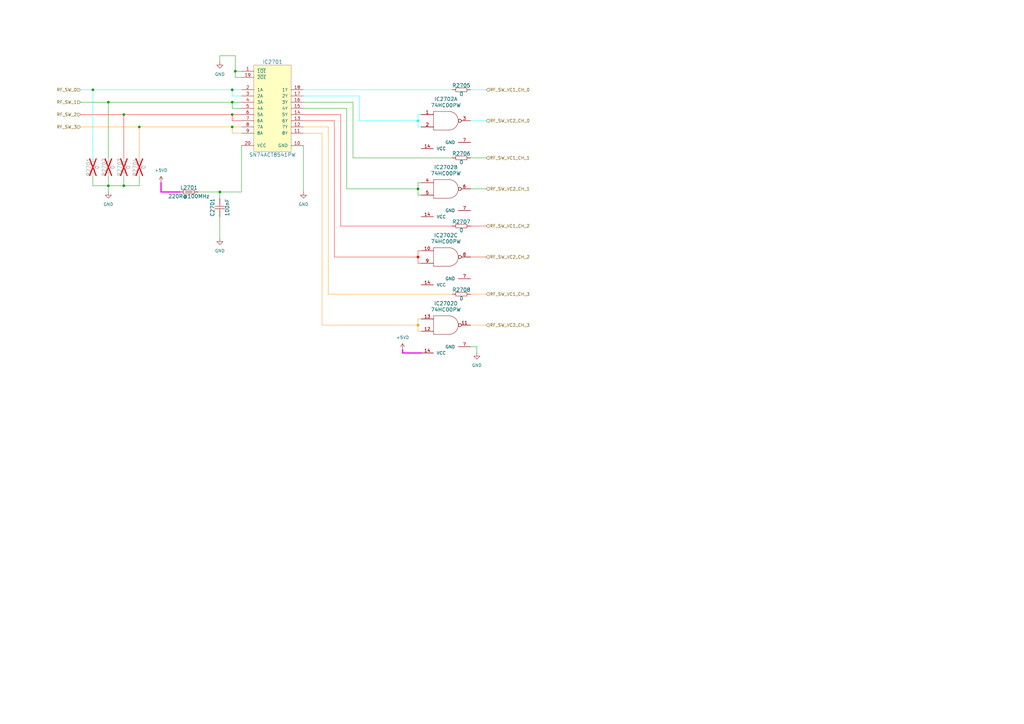
<source format=kicad_sch>
(kicad_sch (version 20250114) (generator "eeschema") (generator_version "9.0")
  (paper "A3")
  (lib_symbols
    (symbol "CERN:Capacitors SMD/CC0402_100NF_25V_10%_X7R_YUDEN_TMK105B7104KVHF" (pin_numbers (hide yes)) (pin_names (offset 1.27) (hide yes))
      (property "Reference" "C" (at 3.81 3.048 0))
      (property "Value" "100nF" (at 3.81 -3.048 0))
      (symbol "Capacitors SMD/CC0402_100NF_25V_10%_X7R_YUDEN_TMK105B7104KVHF_1_0"
        (pin passive line (at 0 0 0) (length 2.54) (name "1") (number "1"))
        (pin passive line (at 7.62 0 180) (length 2.54) (name "2") (number "2"))
      )
    )
    (symbol "CERN:Inductors SMD/IND0603_MURATA_BLM18SG221TN1 [alt]" (pin_numbers (hide yes)) (pin_names (offset 1.27) (hide yes))
      (property "Reference" "L" (at 3.81 1.778 0))
      (property "Value" "220R@100MHz" (at 3.81 -1.778 0))
      (symbol "Inductors SMD/IND0603_MURATA_BLM18SG221TN1 [alt]_1_0"
        (pin passive line (at 0 0 0) (length 1.524) (name "1") (number "1"))
        (pin passive line (at 7.62 0 180) (length 1.524) (name "2") (number "2"))
      )
    )
    (symbol "CERN:Resistors SMD/R0402_0R_JUMPER" (pin_numbers (hide yes)) (pin_names (offset 1.27) (hide yes))
      (property "Reference" "R" (at 3.81 1.778 0))
      (property "Value" "0" (at 3.81 -1.778 0))
      (symbol "Resistors SMD/R0402_0R_JUMPER_1_0"
        (pin passive line (at 0 0 0) (length 1.524) (name "1") (number "1"))
        (pin passive line (at 7.62 0 180) (length 1.524) (name "2") (number "2"))
      )
    )
    (symbol "CERN:Standard Logic/74HC00PW" (pin_names (offset 1.27))
      (property "Reference" "IC2" (at 5.08 5.08 0))
      (property "Value" "${DEVICE}" (at 5.08 2.54 0))
      (symbol "Standard Logic/74HC00PW_0_0"
        (pin power_in line (at -5.08 -15.24 0) (length 5.08) (name "VCC") (number "14"))
        (pin power_in line (at 15.24 -12.7 180) (length 5.08) (name "GND") (number "7"))
      )
      (symbol "Standard Logic/74HC00PW_1_0"
        (pin input line (at -5.08 -1.27 0) (length 5.08) (name "A") (number "1"))
        (pin input line (at -5.08 -6.35 0) (length 5.08) (name "B") (number "2"))
        (pin output inverted (at 15.24 -3.81 180) (length 5.08) (name "~{O}") (number "3"))
      )
      (symbol "Standard Logic/74HC00PW_2_0"
        (pin input line (at -5.08 -1.27 0) (length 5.08) (name "A") (number "4"))
        (pin input line (at -5.08 -6.35 0) (length 5.08) (name "B") (number "5"))
        (pin output inverted (at 15.24 -3.81 180) (length 5.08) (name "~{O}") (number "6"))
      )
      (symbol "Standard Logic/74HC00PW_3_0"
        (pin input line (at -5.08 -1.27 0) (length 5.08) (name "A") (number "10"))
        (pin input line (at -5.08 -6.35 0) (length 5.08) (name "B") (number "9"))
        (pin output inverted (at 15.24 -3.81 180) (length 5.08) (name "~{O}") (number "8"))
      )
      (symbol "Standard Logic/74HC00PW_4_0"
        (pin input line (at -5.08 -1.27 0) (length 5.08) (name "A") (number "13"))
        (pin input line (at -5.08 -6.35 0) (length 5.08) (name "B") (number "12"))
        (pin output inverted (at 15.24 -3.81 180) (length 5.08) (name "~{O}") (number "11"))
      )
    )
    (symbol "CERN:Standard Logic/SN74ACT8541PW" (pin_names (offset 1.27))
      (property "Reference" "IC" (at 7.62 1.27 0))
      (property "Value" "${DEVICE}" (at 7.62 -36.83 0))
      (symbol "Standard Logic/SN74ACT8541PW_1_0"
        (pin input line (at -5.08 -2.54 0) (length 5.08) (name "~{1OE}") (number "1"))
        (pin input line (at -5.08 -5.08 0) (length 5.08) (name "~{2OE}") (number "19"))
        (pin input line (at -5.08 -10.16 0) (length 5.08) (name "1A") (number "2"))
        (pin input line (at -5.08 -12.7 0) (length 5.08) (name "2A") (number "3"))
        (pin input line (at -5.08 -15.24 0) (length 5.08) (name "3A") (number "4"))
        (pin input line (at -5.08 -17.78 0) (length 5.08) (name "4A") (number "5"))
        (pin input line (at -5.08 -20.32 0) (length 5.08) (name "5A") (number "6"))
        (pin input line (at -5.08 -22.86 0) (length 5.08) (name "6A") (number "7"))
        (pin input line (at -5.08 -25.4 0) (length 5.08) (name "7A") (number "8"))
        (pin input line (at -5.08 -27.94 0) (length 5.08) (name "8A") (number "9"))
        (pin power_in line (at -5.08 -33.02 0) (length 5.08) (name "VCC") (number "20"))
        (pin output line (at 20.32 -10.16 180) (length 5.08) (name "1Y") (number "18"))
        (pin output line (at 20.32 -12.7 180) (length 5.08) (name "2Y") (number "17"))
        (pin output line (at 20.32 -15.24 180) (length 5.08) (name "3Y") (number "16"))
        (pin output line (at 20.32 -17.78 180) (length 5.08) (name "4Y") (number "15"))
        (pin output line (at 20.32 -20.32 180) (length 5.08) (name "5Y") (number "14"))
        (pin output line (at 20.32 -22.86 180) (length 5.08) (name "6Y") (number "13"))
        (pin output line (at 20.32 -25.4 180) (length 5.08) (name "7Y") (number "12"))
        (pin output line (at 20.32 -27.94 180) (length 5.08) (name "8Y") (number "11"))
        (pin power_in line (at 20.32 -33.02 180) (length 5.08) (name "GND") (number "10"))
      )
    )
    (symbol "Standard Logic/74HC00PW_1" (pin_names (offset 1.27))
      (property "Reference" "IC2" (at 5.08 5.08 0))
      (property "Value" "${DEVICE}" (at 5.08 2.54 0))
      (symbol "Standard Logic/74HC00PW_1_0_0"
        (pin power_in line (at -5.08 -15.24 0) (length 5.08) (name "VCC") (number "14"))
        (pin power_in line (at 15.24 -12.7 180) (length 5.08) (name "GND") (number "7"))
      )
      (symbol "Standard Logic/74HC00PW_1_1_0"
        (pin input line (at -5.08 -1.27 0) (length 5.08) (name "A") (number "1"))
        (pin input line (at -5.08 -6.35 0) (length 5.08) (name "B") (number "2"))
        (pin output inverted (at 15.24 -3.81 180) (length 5.08) (name "~{O}") (number "3"))
      )
      (symbol "Standard Logic/74HC00PW_1_2_0"
        (pin input line (at -5.08 -1.27 0) (length 5.08) (name "A") (number "4"))
        (pin input line (at -5.08 -6.35 0) (length 5.08) (name "B") (number "5"))
        (pin output inverted (at 15.24 -3.81 180) (length 5.08) (name "~{O}") (number "6"))
      )
      (symbol "Standard Logic/74HC00PW_1_3_0"
        (pin input line (at -5.08 -1.27 0) (length 5.08) (name "A") (number "10"))
        (pin input line (at -5.08 -6.35 0) (length 5.08) (name "B") (number "9"))
        (pin output inverted (at 15.24 -3.81 180) (length 5.08) (name "~{O}") (number "8"))
      )
      (symbol "Standard Logic/74HC00PW_1_4_0"
        (pin input line (at -5.08 -1.27 0) (length 5.08) (name "A") (number "13"))
        (pin input line (at -5.08 -6.35 0) (length 5.08) (name "B") (number "12"))
        (pin output inverted (at 15.24 -3.81 180) (length 5.08) (name "~{O}") (number "11"))
      )
    )
    (symbol "Standard Logic/74HC00PW_2" (pin_names (offset 1.27))
      (property "Reference" "IC2" (at 5.08 5.08 0))
      (property "Value" "${DEVICE}" (at 5.08 2.54 0))
      (symbol "Standard Logic/74HC00PW_2_0_0"
        (pin power_in line (at -5.08 -15.24 0) (length 5.08) (name "VCC") (number "14"))
        (pin power_in line (at 15.24 -12.7 180) (length 5.08) (name "GND") (number "7"))
      )
      (symbol "Standard Logic/74HC00PW_2_1_0"
        (pin input line (at -5.08 -1.27 0) (length 5.08) (name "A") (number "1"))
        (pin input line (at -5.08 -6.35 0) (length 5.08) (name "B") (number "2"))
        (pin output inverted (at 15.24 -3.81 180) (length 5.08) (name "~{O}") (number "3"))
      )
      (symbol "Standard Logic/74HC00PW_2_2_0"
        (pin input line (at -5.08 -1.27 0) (length 5.08) (name "A") (number "4"))
        (pin input line (at -5.08 -6.35 0) (length 5.08) (name "B") (number "5"))
        (pin output inverted (at 15.24 -3.81 180) (length 5.08) (name "~{O}") (number "6"))
      )
      (symbol "Standard Logic/74HC00PW_2_3_0"
        (pin input line (at -5.08 -1.27 0) (length 5.08) (name "A") (number "10"))
        (pin input line (at -5.08 -6.35 0) (length 5.08) (name "B") (number "9"))
        (pin output inverted (at 15.24 -3.81 180) (length 5.08) (name "~{O}") (number "8"))
      )
      (symbol "Standard Logic/74HC00PW_2_4_0"
        (pin input line (at -5.08 -1.27 0) (length 5.08) (name "A") (number "13"))
        (pin input line (at -5.08 -6.35 0) (length 5.08) (name "B") (number "12"))
        (pin output inverted (at 15.24 -3.81 180) (length 5.08) (name "~{O}") (number "11"))
      )
    )
    (symbol "Standard Logic/74HC00PW_3" (pin_names (offset 1.27))
      (property "Reference" "IC2" (at 5.08 5.08 0))
      (property "Value" "${DEVICE}" (at 5.08 2.54 0))
      (symbol "Standard Logic/74HC00PW_3_0_0"
        (pin power_in line (at -5.08 -15.24 0) (length 5.08) (name "VCC") (number "14"))
        (pin power_in line (at 15.24 -12.7 180) (length 5.08) (name "GND") (number "7"))
      )
      (symbol "Standard Logic/74HC00PW_3_1_0"
        (pin input line (at -5.08 -1.27 0) (length 5.08) (name "A") (number "1"))
        (pin input line (at -5.08 -6.35 0) (length 5.08) (name "B") (number "2"))
        (pin output inverted (at 15.24 -3.81 180) (length 5.08) (name "~{O}") (number "3"))
      )
      (symbol "Standard Logic/74HC00PW_3_2_0"
        (pin input line (at -5.08 -1.27 0) (length 5.08) (name "A") (number "4"))
        (pin input line (at -5.08 -6.35 0) (length 5.08) (name "B") (number "5"))
        (pin output inverted (at 15.24 -3.81 180) (length 5.08) (name "~{O}") (number "6"))
      )
      (symbol "Standard Logic/74HC00PW_3_3_0"
        (pin input line (at -5.08 -1.27 0) (length 5.08) (name "A") (number "10"))
        (pin input line (at -5.08 -6.35 0) (length 5.08) (name "B") (number "9"))
        (pin output inverted (at 15.24 -3.81 180) (length 5.08) (name "~{O}") (number "8"))
      )
      (symbol "Standard Logic/74HC00PW_3_4_0"
        (pin input line (at -5.08 -1.27 0) (length 5.08) (name "A") (number "13"))
        (pin input line (at -5.08 -6.35 0) (length 5.08) (name "B") (number "12"))
        (pin output inverted (at 15.24 -3.81 180) (length 5.08) (name "~{O}") (number "11"))
      )
    )
    (symbol "power:+5VA" (power) (pin_numbers (hide yes)) (pin_names (offset 0) (hide yes))
      (property "Value" "+5VA" (at 0 3.556 0))
      (symbol "+5VA_1_1"
        (pin power_in line (at 0 0 90) (length 0) (name "~") (number "1"))
      )
    )
    (symbol "power:GND" (power) (pin_numbers (hide yes)) (pin_names (offset 0) (hide yes))
      (property "Value" "GND" (at 0 -3.81 0))
      (symbol "GND_1_1"
        (pin power_in line (at 0 0 270) (length 0) (name "~") (number "1"))
      )
    )
  )
  (junction (at 171.45 77.47))
  (junction (at 50.8 76.2))
  (junction (at 171.45 133.35) (color 255 153 0 1))
  (junction (at 57.15 52.07))
  (junction (at 44.45 41.91))
  (junction (at 38.1 36.83))
  (junction (at 171.45 105.41) (color 255 0 0 1))
  (junction (at 96.52 29.21))
  (junction (at 95.25 41.91))
  (junction (at 50.8 46.99))
  (junction (at 44.45 76.2))
  (junction (at 95.25 52.07))
  (junction (at 171.45 49.53) (color 0 255 255 1))
  (junction (at 95.25 36.83))
  (junction (at 90.17 78.74))
  (junction (at 95.25 46.99))
  (wire (pts (xy 95.25 54.61) (xy 99.06 54.61)) (stroke (width 0) (color 255 153 0 1)))
  (wire (pts (xy 50.8 76.2) (xy 50.8 72.39)))
  (wire (pts (xy 171.45 135.89) (xy 171.45 133.35)) (stroke (width 0) (color 255 153 0 1)))
  (wire (pts (xy 33.02 52.07) (xy 57.15 52.07)) (stroke (width 0) (color 255 153 0 1)))
  (wire (pts (xy 95.25 46.99) (xy 95.25 49.53)) (stroke (width 0) (color 255 0 0 1)))
  (wire (pts (xy 124.46 52.07) (xy 134.62 52.07)) (stroke (width 0) (color 255 153 0 1)))
  (wire (pts (xy 57.15 52.07) (xy 57.15 64.77)) (stroke (width 0) (color 255 153 0 1)))
  (wire (pts (xy 142.24 44.45) (xy 142.24 77.47)))
  (wire (pts (xy 124.46 46.99) (xy 139.7 46.99)) (stroke (width 0) (color 255 0 0 1)))
  (wire (pts (xy 134.62 120.65) (xy 185.42 120.65)) (stroke (width 0) (color 255 153 0 1)))
  (wire (pts (xy 139.7 46.99) (xy 139.7 92.71)) (stroke (width 0) (color 255 0 0 1)))
  (wire (pts (xy 44.45 41.91) (xy 44.45 64.77)))
  (wire (pts (xy 57.15 52.07) (xy 95.25 52.07)) (stroke (width 0) (color 255 153 0 1)))
  (wire (pts (xy 44.45 72.39) (xy 44.45 76.2)))
  (wire (pts (xy 132.08 133.35) (xy 171.45 133.35)) (stroke (width 0) (color 255 153 0 1)))
  (wire (pts (xy 193.04 120.65) (xy 199.39 120.65)) (stroke (width 0) (color 255 153 0 1)))
  (wire (pts (xy 95.25 39.37) (xy 99.06 39.37)) (stroke (width 0) (color 0 255 255 1)))
  (wire (pts (xy 33.02 46.99) (xy 50.8 46.99)) (stroke (width 0) (color 255 0 0 1)))
  (wire (pts (xy 33.02 41.91) (xy 44.45 41.91)))
  (wire (pts (xy 95.25 49.53) (xy 99.06 49.53)) (stroke (width 0) (color 255 0 0 1)))
  (wire (pts (xy 171.45 52.07) (xy 172.72 52.07)) (stroke (width 0) (color 0 255 255 1)))
  (wire (pts (xy 50.8 46.99) (xy 95.25 46.99)) (stroke (width 0) (color 255 0 0 1)))
  (wire (pts (xy 147.32 49.53) (xy 171.45 49.53)) (stroke (width 0) (color 0 255 255 1)))
  (wire (pts (xy 57.15 76.2) (xy 57.15 72.39)))
  (wire (pts (xy 81.28 78.74) (xy 90.17 78.74)))
  (wire (pts (xy 193.04 77.47) (xy 199.39 77.47)))
  (wire (pts (xy 137.16 49.53) (xy 137.16 105.41)) (stroke (width 0) (color 255 0 0 1)))
  (wire (pts (xy 66.04 74.93) (xy 66.04 78.74)) (stroke (width 0.508) (color 255 0 255 1)))
  (wire (pts (xy 44.45 41.91) (xy 95.25 41.91)))
  (wire (pts (xy 171.45 105.41) (xy 171.45 102.87)) (stroke (width 0) (color 255 0 0 1)))
  (wire (pts (xy 193.04 92.71) (xy 199.39 92.71)) (stroke (width 0) (color 255 0 0 1)))
  (wire (pts (xy 165.1 144.78) (xy 172.72 144.78)) (stroke (width 0.508) (color 255 0 255 1)))
  (wire (pts (xy 171.45 46.99) (xy 171.45 49.53)) (stroke (width 0) (color 0 255 255 1)))
  (wire (pts (xy 50.8 76.2) (xy 57.15 76.2)))
  (wire (pts (xy 172.72 135.89) (xy 171.45 135.89)) (stroke (width 0) (color 255 153 0 1)))
  (wire (pts (xy 96.52 29.21) (xy 96.52 22.86)))
  (wire (pts (xy 172.72 80.01) (xy 171.45 80.01)))
  (wire (pts (xy 193.04 105.41) (xy 199.39 105.41)) (stroke (width 0) (color 255 0 0 1)))
  (wire (pts (xy 124.46 41.91) (xy 144.78 41.91)))
  (wire (pts (xy 95.25 44.45) (xy 99.06 44.45)))
  (wire (pts (xy 99.06 78.74) (xy 99.06 59.69)))
  (wire (pts (xy 171.45 80.01) (xy 171.45 77.47)))
  (wire (pts (xy 95.25 46.99) (xy 99.06 46.99)) (stroke (width 0) (color 255 0 0 1)))
  (wire (pts (xy 172.72 46.99) (xy 171.45 46.99)) (stroke (width 0) (color 0 255 255 1)))
  (wire (pts (xy 90.17 78.74) (xy 90.17 81.28)))
  (wire (pts (xy 95.25 52.07) (xy 95.25 54.61)) (stroke (width 0) (color 255 153 0 1)))
  (wire (pts (xy 96.52 31.75) (xy 99.06 31.75)))
  (wire (pts (xy 90.17 88.9) (xy 90.17 97.79)))
  (wire (pts (xy 38.1 76.2) (xy 44.45 76.2)))
  (wire (pts (xy 124.46 49.53) (xy 137.16 49.53)) (stroke (width 0) (color 255 0 0 1)))
  (wire (pts (xy 38.1 36.83) (xy 38.1 64.77)) (stroke (width 0) (color 0 255 255 1)))
  (wire (pts (xy 38.1 72.39) (xy 38.1 76.2)))
  (wire (pts (xy 171.45 133.35) (xy 171.45 130.81)) (stroke (width 0) (color 255 153 0 1)))
  (wire (pts (xy 147.32 39.37) (xy 147.32 49.53)) (stroke (width 0) (color 0 255 255 1)))
  (wire (pts (xy 195.58 142.24) (xy 195.58 144.78)))
  (wire (pts (xy 44.45 78.74) (xy 44.45 76.2)))
  (wire (pts (xy 95.25 36.83) (xy 95.25 39.37)) (stroke (width 0) (color 0 255 255 1)))
  (wire (pts (xy 95.25 36.83) (xy 99.06 36.83)) (stroke (width 0) (color 0 255 255 1)))
  (wire (pts (xy 171.45 130.81) (xy 172.72 130.81)) (stroke (width 0) (color 255 153 0 1)))
  (wire (pts (xy 50.8 46.99) (xy 50.8 64.77)) (stroke (width 0) (color 255 0 0 1)))
  (wire (pts (xy 96.52 29.21) (xy 96.52 31.75)))
  (wire (pts (xy 124.46 54.61) (xy 132.08 54.61)) (stroke (width 0) (color 255 153 0 1)))
  (wire (pts (xy 90.17 78.74) (xy 99.06 78.74)))
  (wire (pts (xy 96.52 22.86) (xy 90.17 22.86)))
  (wire (pts (xy 38.1 36.83) (xy 95.25 36.83)) (stroke (width 0) (color 0 255 255 1)))
  (wire (pts (xy 171.45 102.87) (xy 172.72 102.87)) (stroke (width 0) (color 255 0 0 1)))
  (wire (pts (xy 139.7 92.71) (xy 185.42 92.71)) (stroke (width 0) (color 255 0 0 1)))
  (wire (pts (xy 44.45 76.2) (xy 50.8 76.2)))
  (wire (pts (xy 95.25 41.91) (xy 99.06 41.91)))
  (wire (pts (xy 165.1 143.51) (xy 165.1 144.78)) (stroke (width 0.508) (color 255 0 255 1)))
  (wire (pts (xy 124.46 36.83) (xy 185.42 36.83)) (stroke (width 0) (color 0 255 255 1)))
  (wire (pts (xy 124.46 39.37) (xy 147.32 39.37)) (stroke (width 0) (color 0 255 255 1)))
  (wire (pts (xy 137.16 105.41) (xy 171.45 105.41)) (stroke (width 0) (color 255 0 0 1)))
  (wire (pts (xy 134.62 52.07) (xy 134.62 120.65)) (stroke (width 0) (color 255 153 0 1)))
  (wire (pts (xy 99.06 29.21) (xy 96.52 29.21)))
  (wire (pts (xy 95.25 41.91) (xy 95.25 44.45)))
  (wire (pts (xy 144.78 41.91) (xy 144.78 64.77)))
  (wire (pts (xy 144.78 64.77) (xy 185.42 64.77)))
  (wire (pts (xy 132.08 54.61) (xy 132.08 133.35)) (stroke (width 0) (color 255 153 0 1)))
  (wire (pts (xy 171.45 49.53) (xy 171.45 52.07)) (stroke (width 0) (color 0 255 255 1)))
  (wire (pts (xy 124.46 44.45) (xy 142.24 44.45)))
  (wire (pts (xy 171.45 74.93) (xy 172.72 74.93)))
  (wire (pts (xy 193.04 64.77) (xy 199.39 64.77)))
  (wire (pts (xy 142.24 77.47) (xy 171.45 77.47)))
  (wire (pts (xy 193.04 49.53) (xy 199.39 49.53)) (stroke (width 0) (color 0 255 255 1)))
  (wire (pts (xy 193.04 133.35) (xy 199.39 133.35)) (stroke (width 0) (color 255 153 0 1)))
  (wire (pts (xy 171.45 77.47) (xy 171.45 74.93)))
  (wire (pts (xy 193.04 36.83) (xy 199.39 36.83)) (stroke (width 0) (color 0 255 255 1)))
  (wire (pts (xy 33.02 36.83) (xy 38.1 36.83)) (stroke (width 0) (color 0 255 255 1)))
  (wire (pts (xy 124.46 59.69) (xy 124.46 78.74)))
  (wire (pts (xy 193.04 142.24) (xy 195.58 142.24)))
  (wire (pts (xy 172.72 107.95) (xy 171.45 107.95)) (stroke (width 0) (color 255 0 0 1)))
  (wire (pts (xy 95.25 52.07) (xy 99.06 52.07)) (stroke (width 0) (color 255 153 0 1)))
  (wire (pts (xy 90.17 22.86) (xy 90.17 25.4)))
  (wire (pts (xy 66.04 78.74) (xy 73.66 78.74)) (stroke (width 0.508) (color 255 0 255 1)))
  (wire (pts (xy 171.45 107.95) (xy 171.45 105.41)) (stroke (width 0) (color 255 0 0 1)))
  (hierarchical_label "RF_SW_VC1_CH_2" (shape input) (at 199.39 92.71 0))
  (hierarchical_label "RF_SW_VC2_CH_0" (shape input) (at 199.39 49.53 0))
  (hierarchical_label "RF_SW_VC2_CH_2" (shape input) (at 199.39 105.41 0))
  (hierarchical_label "RF_SW_VC1_CH_1" (shape input) (at 199.39 64.77 0))
  (hierarchical_label "RF_SW_3" (shape input) (at 33.02 52.07 180))
  (hierarchical_label "RF_SW_0" (shape input) (at 33.02 36.83 180))
  (hierarchical_label "RF_SW_VC2_CH_1" (shape input) (at 199.39 77.47 0))
  (hierarchical_label "RF_SW_VC1_CH_3" (shape input) (at 199.39 120.65 0))
  (hierarchical_label "RF_SW_1" (shape input) (at 33.02 41.91 180))
  (hierarchical_label "RF_SW_VC1_CH_0" (shape input) (at 199.39 36.83 0))
  (hierarchical_label "RF_SW_VC2_CH_3" (shape input) (at 199.39 133.35 0))
  (hierarchical_label "RF_SW_2" (shape input) (at 33.02 46.99 180))
  (symbol (lib_name "Standard Logic/74HC00PW_2") (lib_id "CERN:Standard Logic/74HC00PW") (at 177.8 73.66 0) (unit 2)
    (property "Reference" "IC2702" (at 182.88 68.58 0) (effects (font (size 1.524 1.524))))
    (property "Value" "${DEVICE}" (at 182.88 71.12 0) (effects (font (size 1.524 1.524))))
    (property "Footprint" "ICs And Semiconductors SMD:SOP65P640X110-14N" (effects (hide yes)))
    (property "Datasheet" "${CERN_DATASHEET_DIR}\\74HC00PW.pdf" (effects (hide yes)))
    (property "Description" "Quad 2-Input NAND Gate" (effects (hide yes)))
    (property "Manufacturer" "NXP SEMICONDUCTORS" (effects (hide yes)))
    (property "Part Number" "74HC00PW" (effects (hide yes)))
    (property "Comment" "74HC00PW" (effects (hide yes)))
    (property "Component Kind" "Standard" (effects (hide yes)))
    (property "Component Type" "Standard" (effects (hide yes)))
    (property "Device" "74HC00PW" (effects (hide yes)))
    (property "PackageDescription" "SOP, 0.65mm Pitch; 14 Pin, 4.40mm W X 5.00mm L X 1.20mm H body, IPC Medium Density" (effects (hide yes)))
    (property "Part Description" "Quad 2-Input NAND Gate" (effects (hide yes)))
    (property "Manufacturer Part Number" "74HC00PW" (effects (hide yes)))
    (property "Pin Count" "14" (effects (hide yes)))
    (property "Case" "TSSOP14" (effects (hide yes)))
    (property "Mounted" "Yes" (effects (hide yes)))
    (property "Socket" "No" (effects (hide yes)))
    (property "SMD" "Yes" (effects (hide yes)))
    (property "PressFit" "No" (effects (hide yes)))
    (property "Sense" "No" (effects (hide yes)))
    (property "Bonding" "No" (effects (hide yes)))
    (property "ComponentHeight" "1.1mm" (effects (hide yes)))
    (property "Author" "CERN DEM MR" (effects (hide yes)))
    (property "HelpURL" "\\\\cern.ch\\dfs\\Applications\\Altium\\Datasheets\\74HC00PW.pdf" (effects (hide yes)))
    (property "CreateDate" "2016-02-04 00:00:00 +0000" (effects (hide yes)))
    (property "LatestRevisionDate" "2016-02-04 00:00:00 +0000" (effects (hide yes)))
    (property "LibSymbol" "Standard Logic:7400" (effects (hide yes)))
    (property "LibFootprint" "ICs And Semiconductors SMD:SOP65P640X110-14N" (effects (hide yes)))
    (property "Database Name" "ICs And Semiconductors" (effects (hide yes)))
    (property "Database Table Name" "Standard Logic" (effects (hide yes)))
    (property "Part Number Nocolon" "74HC00PW" (effects (hide yes)))
  )
  (symbol (lib_id "CERN:Resistors SMD/R0402_0R_JUMPER") (at 185.42 36.83 0) (unit 1)
    (property "Reference" "R2705" (at 189.23 35.052 0) (effects (font (size 1.524 1.524))))
    (property "Value" "0" (at 189.23 38.608 0) (effects (font (size 1.524 1.524))))
    (property "Footprint" "Resistors SMD:RESC1005X40N" (effects (hide yes)))
    (property "Datasheet" "${CERN_DATASHEET_DIR}\\R0402_Phycomp_RC0402.pdf" (effects (hide yes)))
    (property "Description" "1A (0.05R Max DC Resistance) Zero Ohm Jumper" (effects (hide yes)))
    (property "Manufacturer" "GENERIC" (effects (hide yes)))
    (property "Comment" "0" (effects (hide yes)))
    (property "Component Kind" "Standard" (effects (hide yes)))
    (property "Component Type" "Standard" (effects (hide yes)))
    (property "Pin Count" "2" (effects (hide yes)))
    (property "Status" "Not Recommended" (effects (hide yes)))
    (property "Part Description" "1A (0.05R Max DC Resistance) Zero Ohm Jumper" (effects (hide yes)))
    (property "Manufacturer Part Number" "R0402_0R_JUMPER" (effects (hide yes)))
    (property "Case" "0402" (effects (hide yes)))
    (property "PressFit" "No" (effects (hide yes)))
    (property "Mounted" "Yes" (effects (hide yes)))
    (property "Sense" "No" (effects (hide yes)))
    (property "Socket" "No" (effects (hide yes)))
    (property "SMD" "Yes" (effects (hide yes)))
    (property "Manufacturer1 Example" "YAGEO PHYCOMP" (effects (hide yes)))
    (property "Manufacturer1 Part Number" "232270591001L" (effects (hide yes)))
    (property "Manufacturer1 ComponentHeight" "0.4mm" (effects (hide yes)))
    (property "HelpURL" "\\\\cern.ch\\dfs\\Applications\\Altium\\Datasheets\\R0402_Phycomp_RC0402.pdf" (effects (hide yes)))
    (property "Author" "CERN DEM JLC" (effects (hide yes)))
    (property "CreateDate" "2007-12-03 00:00:00 +0000" (effects (hide yes)))
    (property "LatestRevisionDate" "2012-10-17 00:00:00 +0000" (effects (hide yes)))
    (property "LibSymbol" "Resistors:Resistor" (effects (hide yes)))
    (property "LibFootprint" "Resistors SMD:RESC1005X40N" (effects (hide yes)))
    (property "Part Number" "R0402_0R_JUMPER" (effects (hide yes)))
    (property "Database Name" "Resistors" (effects (hide yes)))
    (property "Database Table Name" "Resistors SMD" (effects (hide yes)))
    (property "Part Number Nocolon" "R0402_0R_JUMPER" (effects (hide yes)))
  )
  (symbol (lib_id "power:GND") (at 195.58 144.78 0) (mirror y) (unit 1)
    (property "Reference" "#PWR02707" (effects (hide yes)))
    (property "Value" "GND" (at 195.58 149.86 0))
    (property "Description" "Power symbol creates a global label with name \"GND\" , ground" (effects (hide yes)))
  )
  (symbol (lib_id "CERN:Resistors SMD/R0402_0R_JUMPER") (at 185.42 64.77 0) (unit 1)
    (property "Reference" "R2706" (at 189.23 62.992 0) (effects (font (size 1.524 1.524))))
    (property "Value" "0" (at 189.23 66.548 0) (effects (font (size 1.524 1.524))))
    (property "Footprint" "Resistors SMD:RESC1005X40N" (effects (hide yes)))
    (property "Datasheet" "${CERN_DATASHEET_DIR}\\R0402_Phycomp_RC0402.pdf" (effects (hide yes)))
    (property "Description" "1A (0.05R Max DC Resistance) Zero Ohm Jumper" (effects (hide yes)))
    (property "Manufacturer" "GENERIC" (effects (hide yes)))
    (property "Comment" "0" (effects (hide yes)))
    (property "Component Kind" "Standard" (effects (hide yes)))
    (property "Component Type" "Standard" (effects (hide yes)))
    (property "Pin Count" "2" (effects (hide yes)))
    (property "Status" "Not Recommended" (effects (hide yes)))
    (property "Part Description" "1A (0.05R Max DC Resistance) Zero Ohm Jumper" (effects (hide yes)))
    (property "Manufacturer Part Number" "R0402_0R_JUMPER" (effects (hide yes)))
    (property "Case" "0402" (effects (hide yes)))
    (property "PressFit" "No" (effects (hide yes)))
    (property "Mounted" "Yes" (effects (hide yes)))
    (property "Sense" "No" (effects (hide yes)))
    (property "Socket" "No" (effects (hide yes)))
    (property "SMD" "Yes" (effects (hide yes)))
    (property "Manufacturer1 Example" "YAGEO PHYCOMP" (effects (hide yes)))
    (property "Manufacturer1 Part Number" "232270591001L" (effects (hide yes)))
    (property "Manufacturer1 ComponentHeight" "0.4mm" (effects (hide yes)))
    (property "HelpURL" "\\\\cern.ch\\dfs\\Applications\\Altium\\Datasheets\\R0402_Phycomp_RC0402.pdf" (effects (hide yes)))
    (property "Author" "CERN DEM JLC" (effects (hide yes)))
    (property "CreateDate" "2007-12-03 00:00:00 +0000" (effects (hide yes)))
    (property "LatestRevisionDate" "2012-10-17 00:00:00 +0000" (effects (hide yes)))
    (property "LibSymbol" "Resistors:Resistor" (effects (hide yes)))
    (property "LibFootprint" "Resistors SMD:RESC1005X40N" (effects (hide yes)))
    (property "Part Number" "R0402_0R_JUMPER" (effects (hide yes)))
    (property "Database Name" "Resistors" (effects (hide yes)))
    (property "Database Table Name" "Resistors SMD" (effects (hide yes)))
    (property "Part Number Nocolon" "R0402_0R_JUMPER" (effects (hide yes)))
  )
  (symbol (lib_id "power:GND") (at 90.17 25.4 0) (unit 1)
    (property "Reference" "#PWR02703" (effects (hide yes)))
    (property "Value" "GND" (at 90.17 30.48 0))
    (property "Description" "Power symbol creates a global label with name \"GND\" , ground" (effects (hide yes)))
  )
  (symbol (lib_id "power:GND") (at 124.46 78.74 0) (mirror y) (unit 1)
    (property "Reference" "#PWR02705" (effects (hide yes)))
    (property "Value" "GND" (at 124.46 83.82 0))
    (property "Description" "Power symbol creates a global label with name \"GND\" , ground" (effects (hide yes)))
  )
  (symbol (lib_name "Standard Logic/74HC00PW_1") (lib_id "CERN:Standard Logic/74HC00PW") (at 177.8 129.54 0) (unit 4)
    (property "Reference" "IC2702" (at 182.88 124.46 0) (effects (font (size 1.524 1.524))))
    (property "Value" "${DEVICE}" (at 182.88 127 0) (effects (font (size 1.524 1.524))))
    (property "Footprint" "ICs And Semiconductors SMD:SOP65P640X110-14N" (effects (hide yes)))
    (property "Datasheet" "${CERN_DATASHEET_DIR}\\74HC00PW.pdf" (effects (hide yes)))
    (property "Description" "Quad 2-Input NAND Gate" (effects (hide yes)))
    (property "Manufacturer" "NXP SEMICONDUCTORS" (effects (hide yes)))
    (property "Part Number" "74HC00PW" (effects (hide yes)))
    (property "Comment" "74HC00PW" (effects (hide yes)))
    (property "Component Kind" "Standard" (effects (hide yes)))
    (property "Component Type" "Standard" (effects (hide yes)))
    (property "Device" "74HC00PW" (effects (hide yes)))
    (property "PackageDescription" "SOP, 0.65mm Pitch; 14 Pin, 4.40mm W X 5.00mm L X 1.20mm H body, IPC Medium Density" (effects (hide yes)))
    (property "Part Description" "Quad 2-Input NAND Gate" (effects (hide yes)))
    (property "Manufacturer Part Number" "74HC00PW" (effects (hide yes)))
    (property "Pin Count" "14" (effects (hide yes)))
    (property "Case" "TSSOP14" (effects (hide yes)))
    (property "Mounted" "Yes" (effects (hide yes)))
    (property "Socket" "No" (effects (hide yes)))
    (property "SMD" "Yes" (effects (hide yes)))
    (property "PressFit" "No" (effects (hide yes)))
    (property "Sense" "No" (effects (hide yes)))
    (property "Bonding" "No" (effects (hide yes)))
    (property "ComponentHeight" "1.1mm" (effects (hide yes)))
    (property "Author" "CERN DEM MR" (effects (hide yes)))
    (property "HelpURL" "\\\\cern.ch\\dfs\\Applications\\Altium\\Datasheets\\74HC00PW.pdf" (effects (hide yes)))
    (property "CreateDate" "2016-02-04 00:00:00 +0000" (effects (hide yes)))
    (property "LatestRevisionDate" "2016-02-04 00:00:00 +0000" (effects (hide yes)))
    (property "LibSymbol" "Standard Logic:7400" (effects (hide yes)))
    (property "LibFootprint" "ICs And Semiconductors SMD:SOP65P640X110-14N" (effects (hide yes)))
    (property "Database Name" "ICs And Semiconductors" (effects (hide yes)))
    (property "Database Table Name" "Standard Logic" (effects (hide yes)))
    (property "Part Number Nocolon" "74HC00PW" (effects (hide yes)))
  )
  (symbol (lib_id "CERN:Inductors SMD/IND0603_MURATA_BLM18SG221TN1 [alt]") (at 81.28 78.74 0) (mirror y) (unit 1)
    (property "Reference" "L2701" (at 77.47 76.962 0) (effects (font (size 1.524 1.524))))
    (property "Value" "220R@100MHz" (at 77.47 80.518 0) (effects (font (size 1.524 1.524))))
    (property "Footprint" "Inductors SMD:INDC1608X95N" (effects (hide yes)))
    (property "Datasheet" "${CERN_DATASHEET_DIR}\\IND0603_MURATA_BLM18S.pdf" (effects (hide yes)))
    (property "Description" "SMD EMIFIL Suppression Chip Ferrite Bead" (effects (hide yes)))
    (property "Manufacturer" "MURATA" (effects (hide yes)))
    (property "Comment" "220R@100MHz" (effects (hide yes)))
    (property "Component Kind" "Standard" (effects (hide yes)))
    (property "Component Type" "Standard" (effects (hide yes)))
    (property "Pin Count" "2" (effects (hide yes)))
    (property "Power" "2.5A" (effects (hide yes)))
    (property "Resistance" "0.04R" (effects (hide yes)))
    (property "Tolerance" "±25%" (effects (hide yes)))
    (property "Part Description" "SMD EMIFIL Suppression Chip Ferrite Bead" (effects (hide yes)))
    (property "Manufacturer Part Number" "BLM18SG221TN1" (effects (hide yes)))
    (property "Case" "0603" (effects (hide yes)))
    (property "Mounted" "Yes" (effects (hide yes)))
    (property "Socket" "No" (effects (hide yes)))
    (property "SMD" "Yes" (effects (hide yes)))
    (property "Sense" "No" (effects (hide yes)))
    (property "ComponentHeight" "0.95mm" (effects (hide yes)))
    (property "HelpURL" "\\\\cern.ch\\dfs\\Applications\\Altium\\Datasheets\\IND0603_MURATA_BLM18S.pdf" (effects (hide yes)))
    (property "Author" "CERN DEM MR" (effects (hide yes)))
    (property "CreateDate" "2016-01-08 00:00:00 +0000" (effects (hide yes)))
    (property "LatestRevisionDate" "2018-10-25 00:00:00 +0000" (effects (hide yes)))
    (property "LibSymbol" "Inductors & Transformers:Ferrite Bead [alt]" (effects (hide yes)))
    (property "LibFootprint" "Inductors SMD:INDC1608X95N" (effects (hide yes)))
    (property "Part Number" "IND0603_MURATA_BLM18SG221TN1" (effects (hide yes)))
    (property "Database Name" "Inductors & Transformers" (effects (hide yes)))
    (property "Database Table Name" "Inductors SMD" (effects (hide yes)))
    (property "Part Number Nocolon" "IND0603_MURATA_BLM18SG221TN1 [alt]" (effects (hide yes)))
  )
  (symbol (lib_id "CERN:Standard Logic/SN74ACT8541PW") (at 104.14 26.67 0) (unit 1)
    (property "Reference" "IC2701" (at 111.76 25.4 0) (effects (font (size 1.524 1.524))))
    (property "Value" "${DEVICE}" (at 111.76 63.5 0) (effects (font (size 1.524 1.524))))
    (property "Footprint" "ICs And Semiconductors SMD:SOP65P640X120-20N" (effects (hide yes)))
    (property "Datasheet" "${CERN_DATASHEET_DIR}\\SN74ACT8541.pdf" (effects (hide yes)))
    (property "Description" "Octal Buffers with 3-State Outputs and Schmitt-Trigger Inputs" (effects (hide yes)))
    (property "Manufacturer" "TEXAS INSTRUMENTS" (effects (hide yes)))
    (property "Comment" "SN74ACT8541PW" (effects (hide yes)))
    (property "Component Kind" "Standard" (effects (hide yes)))
    (property "Component Type" "Standard" (effects (hide yes)))
    (property "Device" "SN74ACT8541PW" (effects (hide yes)))
    (property "PackageDescription" "SOP, 20-Leads, Body 6.5x4.4mm, Pitch 0.65mm, IPC Medium Density" (effects (hide yes)))
    (property "Part Description" "Octal Buffers with 3-State Outputs and Schmitt-Trigger Inputs" (effects (hide yes)))
    (property "Manufacturer Part Number" "SN74ACT8541PW" (effects (hide yes)))
    (property "Pin Count" "20" (effects (hide yes)))
    (property "Case" "TSSOP20" (effects (hide yes)))
    (property "Mounted" "Yes" (effects (hide yes)))
    (property "Socket" "No" (effects (hide yes)))
    (property "SMD" "Yes" (effects (hide yes)))
    (property "PressFit" "No" (effects (hide yes)))
    (property "Sense" "No" (effects (hide yes)))
    (property "Bonding" "No" (effects (hide yes)))
    (property "ComponentHeight" "1.2mm" (effects (hide yes)))
    (property "Author" "CERN DEM HF" (effects (hide yes)))
    (property "HelpURL" "\\\\cern.ch\\dfs\\Applications\\Altium\\Datasheets\\SN74ACT8541.pdf" (effects (hide yes)))
    (property "CreateDate" "2025-04-10 00:00:00 +0000" (effects (hide yes)))
    (property "LatestRevisionDate" "2025-04-10 00:00:00 +0000" (effects (hide yes)))
    (property "LibSymbol" "Standard Logic:74854" (effects (hide yes)))
    (property "LibFootprint" "ICs And Semiconductors SMD:SOP65P640X120-20N" (effects (hide yes)))
    (property "Part Number" "SN74ACT8541PW" (effects (hide yes)))
    (property "Database Name" "ICs And Semiconductors_Backup" (effects (hide yes)))
    (property "Database Table Name" "Standard Logic" (effects (hide yes)))
    (property "Part Number Nocolon" "SN74ACT8541PW" (effects (hide yes)))
  )
  (symbol (lib_name "Standard Logic/74HC00PW_3") (lib_id "CERN:Standard Logic/74HC00PW") (at 177.8 45.72 0) (unit 1)
    (property "Reference" "IC2702" (at 182.88 40.64 0) (effects (font (size 1.524 1.524))))
    (property "Value" "${DEVICE}" (at 182.88 43.18 0) (effects (font (size 1.524 1.524))))
    (property "Footprint" "ICs And Semiconductors SMD:SOP65P640X110-14N" (effects (hide yes)))
    (property "Datasheet" "${CERN_DATASHEET_DIR}\\74HC00PW.pdf" (effects (hide yes)))
    (property "Description" "Quad 2-Input NAND Gate" (effects (hide yes)))
    (property "Manufacturer" "NXP SEMICONDUCTORS" (effects (hide yes)))
    (property "Part Number" "74HC00PW" (effects (hide yes)))
    (property "Comment" "74HC00PW" (effects (hide yes)))
    (property "Component Kind" "Standard" (effects (hide yes)))
    (property "Component Type" "Standard" (effects (hide yes)))
    (property "Device" "74HC00PW" (effects (hide yes)))
    (property "PackageDescription" "SOP, 0.65mm Pitch; 14 Pin, 4.40mm W X 5.00mm L X 1.20mm H body, IPC Medium Density" (effects (hide yes)))
    (property "Part Description" "Quad 2-Input NAND Gate" (effects (hide yes)))
    (property "Manufacturer Part Number" "74HC00PW" (effects (hide yes)))
    (property "Pin Count" "14" (effects (hide yes)))
    (property "Case" "TSSOP14" (effects (hide yes)))
    (property "Mounted" "Yes" (effects (hide yes)))
    (property "Socket" "No" (effects (hide yes)))
    (property "SMD" "Yes" (effects (hide yes)))
    (property "PressFit" "No" (effects (hide yes)))
    (property "Sense" "No" (effects (hide yes)))
    (property "Bonding" "No" (effects (hide yes)))
    (property "ComponentHeight" "1.1mm" (effects (hide yes)))
    (property "Author" "CERN DEM MR" (effects (hide yes)))
    (property "HelpURL" "\\\\cern.ch\\dfs\\Applications\\Altium\\Datasheets\\74HC00PW.pdf" (effects (hide yes)))
    (property "CreateDate" "2016-02-04 00:00:00 +0000" (effects (hide yes)))
    (property "LatestRevisionDate" "2016-02-04 00:00:00 +0000" (effects (hide yes)))
    (property "LibSymbol" "Standard Logic:7400" (effects (hide yes)))
    (property "LibFootprint" "ICs And Semiconductors SMD:SOP65P640X110-14N" (effects (hide yes)))
    (property "Database Name" "ICs And Semiconductors" (effects (hide yes)))
    (property "Database Table Name" "Standard Logic" (effects (hide yes)))
    (property "Part Number Nocolon" "74HC00PW" (effects (hide yes)))
  )
  (symbol (lib_id "CERN:Resistors SMD/R0402_0R_JUMPER") (at 185.42 92.71 0) (unit 1)
    (property "Reference" "R2707" (at 189.23 90.932 0) (effects (font (size 1.524 1.524))))
    (property "Value" "0" (at 189.23 94.488 0) (effects (font (size 1.524 1.524))))
    (property "Footprint" "Resistors SMD:RESC1005X40N" (effects (hide yes)))
    (property "Datasheet" "${CERN_DATASHEET_DIR}\\R0402_Phycomp_RC0402.pdf" (effects (hide yes)))
    (property "Description" "1A (0.05R Max DC Resistance) Zero Ohm Jumper" (effects (hide yes)))
    (property "Manufacturer" "GENERIC" (effects (hide yes)))
    (property "Comment" "0" (effects (hide yes)))
    (property "Component Kind" "Standard" (effects (hide yes)))
    (property "Component Type" "Standard" (effects (hide yes)))
    (property "Pin Count" "2" (effects (hide yes)))
    (property "Status" "Not Recommended" (effects (hide yes)))
    (property "Part Description" "1A (0.05R Max DC Resistance) Zero Ohm Jumper" (effects (hide yes)))
    (property "Manufacturer Part Number" "R0402_0R_JUMPER" (effects (hide yes)))
    (property "Case" "0402" (effects (hide yes)))
    (property "PressFit" "No" (effects (hide yes)))
    (property "Mounted" "Yes" (effects (hide yes)))
    (property "Sense" "No" (effects (hide yes)))
    (property "Socket" "No" (effects (hide yes)))
    (property "SMD" "Yes" (effects (hide yes)))
    (property "Manufacturer1 Example" "YAGEO PHYCOMP" (effects (hide yes)))
    (property "Manufacturer1 Part Number" "232270591001L" (effects (hide yes)))
    (property "Manufacturer1 ComponentHeight" "0.4mm" (effects (hide yes)))
    (property "HelpURL" "\\\\cern.ch\\dfs\\Applications\\Altium\\Datasheets\\R0402_Phycomp_RC0402.pdf" (effects (hide yes)))
    (property "Author" "CERN DEM JLC" (effects (hide yes)))
    (property "CreateDate" "2007-12-03 00:00:00 +0000" (effects (hide yes)))
    (property "LatestRevisionDate" "2012-10-17 00:00:00 +0000" (effects (hide yes)))
    (property "LibSymbol" "Resistors:Resistor" (effects (hide yes)))
    (property "LibFootprint" "Resistors SMD:RESC1005X40N" (effects (hide yes)))
    (property "Part Number" "R0402_0R_JUMPER" (effects (hide yes)))
    (property "Database Name" "Resistors" (effects (hide yes)))
    (property "Database Table Name" "Resistors SMD" (effects (hide yes)))
    (property "Part Number Nocolon" "R0402_0R_JUMPER" (effects (hide yes)))
  )
  (symbol (lib_id "power:GND") (at 90.17 97.79 0) (mirror y) (unit 1)
    (property "Reference" "#PWR02704" (effects (hide yes)))
    (property "Value" "GND" (at 90.17 102.87 0))
    (property "Description" "Power symbol creates a global label with name \"GND\" , ground" (effects (hide yes)))
  )
  (symbol (lib_id "CERN:Capacitors SMD/CC0402_100NF_25V_10%_X7R_YUDEN_TMK105B7104KVHF") (at 90.17 88.9 90) (unit 1)
    (property "Reference" "C2701" (at 87.122 85.09 0) (effects (font (size 1.524 1.524))))
    (property "Value" "100nF" (at 93.218 85.09 0) (effects (font (size 1.524 1.524))))
    (property "Footprint" "Capacitors SMD:CAPC1005X55N" (effects (hide yes)))
    (property "Datasheet" "${CERN_DATASHEET_DIR}\\CC0402_TAIYO-YUDEN_TMK105B7104KVHF.pdf" (effects (hide yes)))
    (property "Description" "SMD Multilayer Chip Ceramic Capacitor (High Dielectric Type) for Automotive / Industrial Applications" (effects (hide yes)))
    (property "Manufacturer" "TAIYO YUDEN" (effects (hide yes)))
    (property "Comment" "100nF" (effects (hide yes)))
    (property "Component Kind" "Standard" (effects (hide yes)))
    (property "Component Type" "Standard" (effects (hide yes)))
    (property "Pin Count" "2" (effects (hide yes)))
    (property "Status" "Not Recommended" (effects (hide yes)))
    (property "Voltage" "25V" (effects (hide yes)))
    (property "TC" "X7R" (effects (hide yes)))
    (property "Tolerance" "±10%" (effects (hide yes)))
    (property "Part Description" "SMD Multilayer Chip Ceramic Capacitor (High Dielectric Type) for Automotive / Industrial Applications" (effects (hide yes)))
    (property "Manufacturer Part Number" "TMK105B7104KVHF" (effects (hide yes)))
    (property "Case" "0402" (effects (hide yes)))
    (property "Mounted" "Yes" (effects (hide yes)))
    (property "Socket" "No" (effects (hide yes)))
    (property "SMD" "Yes" (effects (hide yes)))
    (property "Sense" "No" (effects (hide yes)))
    (property "ComponentHeight" "0.55mm" (effects (hide yes)))
    (property "HelpURL" "\\\\cern.ch\\dfs\\Applications\\Altium\\Datasheets\\CC0402_TAIYO-YUDEN_TMK105B7104KVHF.pdf" (effects (hide yes)))
    (property "Author" "CERN DEM JLC" (effects (hide yes)))
    (property "CreateDate" "2017-05-10 00:00:00 +0000" (effects (hide yes)))
    (property "LatestRevisionDate" "2017-05-10 00:00:00 +0000" (effects (hide yes)))
    (property "LibSymbol" "Capacitors:Capacitor - non polarized" (effects (hide yes)))
    (property "LibFootprint" "Capacitors SMD:CAPC1005X55N" (effects (hide yes)))
    (property "Part Number" "CC0402_100NF_25V_10%_X7R_YUDEN_TMK105B7104KVHF" (effects (hide yes)))
    (property "Database Name" "Capacitors" (effects (hide yes)))
    (property "Database Table Name" "Capacitors SMD" (effects (hide yes)))
    (property "Part Number Nocolon" "CC0402_100NF_25V_10%_X7R_YUDEN_TMK105B7104KVHF" (effects (hide yes)))
  )
  (symbol (lib_id "CERN:Resistors SMD/R0402_0R_JUMPER") (at 185.42 120.65 0) (unit 1)
    (property "Reference" "R2708" (at 189.23 118.872 0) (effects (font (size 1.524 1.524))))
    (property "Value" "0" (at 189.23 122.428 0) (effects (font (size 1.524 1.524))))
    (property "Footprint" "Resistors SMD:RESC1005X40N" (effects (hide yes)))
    (property "Datasheet" "${CERN_DATASHEET_DIR}\\R0402_Phycomp_RC0402.pdf" (effects (hide yes)))
    (property "Description" "1A (0.05R Max DC Resistance) Zero Ohm Jumper" (effects (hide yes)))
    (property "Manufacturer" "GENERIC" (effects (hide yes)))
    (property "Comment" "0" (effects (hide yes)))
    (property "Component Kind" "Standard" (effects (hide yes)))
    (property "Component Type" "Standard" (effects (hide yes)))
    (property "Pin Count" "2" (effects (hide yes)))
    (property "Status" "Not Recommended" (effects (hide yes)))
    (property "Part Description" "1A (0.05R Max DC Resistance) Zero Ohm Jumper" (effects (hide yes)))
    (property "Manufacturer Part Number" "R0402_0R_JUMPER" (effects (hide yes)))
    (property "Case" "0402" (effects (hide yes)))
    (property "PressFit" "No" (effects (hide yes)))
    (property "Mounted" "Yes" (effects (hide yes)))
    (property "Sense" "No" (effects (hide yes)))
    (property "Socket" "No" (effects (hide yes)))
    (property "SMD" "Yes" (effects (hide yes)))
    (property "Manufacturer1 Example" "YAGEO PHYCOMP" (effects (hide yes)))
    (property "Manufacturer1 Part Number" "232270591001L" (effects (hide yes)))
    (property "Manufacturer1 ComponentHeight" "0.4mm" (effects (hide yes)))
    (property "HelpURL" "\\\\cern.ch\\dfs\\Applications\\Altium\\Datasheets\\R0402_Phycomp_RC0402.pdf" (effects (hide yes)))
    (property "Author" "CERN DEM JLC" (effects (hide yes)))
    (property "CreateDate" "2007-12-03 00:00:00 +0000" (effects (hide yes)))
    (property "LatestRevisionDate" "2012-10-17 00:00:00 +0000" (effects (hide yes)))
    (property "LibSymbol" "Resistors:Resistor" (effects (hide yes)))
    (property "LibFootprint" "Resistors SMD:RESC1005X40N" (effects (hide yes)))
    (property "Part Number" "R0402_0R_JUMPER" (effects (hide yes)))
    (property "Database Name" "Resistors" (effects (hide yes)))
    (property "Database Table Name" "Resistors SMD" (effects (hide yes)))
    (property "Part Number Nocolon" "R0402_0R_JUMPER" (effects (hide yes)))
  )
  (symbol (lib_id "CERN:Standard Logic/74HC00PW") (at 177.8 101.6 0) (unit 3)
    (property "Reference" "IC2702" (at 182.88 96.52 0) (effects (font (size 1.524 1.524))))
    (property "Value" "${DEVICE}" (at 182.88 99.06 0) (effects (font (size 1.524 1.524))))
    (property "Footprint" "ICs And Semiconductors SMD:SOP65P640X110-14N" (effects (hide yes)))
    (property "Datasheet" "${CERN_DATASHEET_DIR}\\74HC00PW.pdf" (effects (hide yes)))
    (property "Description" "Quad 2-Input NAND Gate" (effects (hide yes)))
    (property "Manufacturer" "NXP SEMICONDUCTORS" (effects (hide yes)))
    (property "Part Number" "74HC00PW" (effects (hide yes)))
    (property "Comment" "74HC00PW" (effects (hide yes)))
    (property "Component Kind" "Standard" (effects (hide yes)))
    (property "Component Type" "Standard" (effects (hide yes)))
    (property "Device" "74HC00PW" (effects (hide yes)))
    (property "PackageDescription" "SOP, 0.65mm Pitch; 14 Pin, 4.40mm W X 5.00mm L X 1.20mm H body, IPC Medium Density" (effects (hide yes)))
    (property "Part Description" "Quad 2-Input NAND Gate" (effects (hide yes)))
    (property "Manufacturer Part Number" "74HC00PW" (effects (hide yes)))
    (property "Pin Count" "14" (effects (hide yes)))
    (property "Case" "TSSOP14" (effects (hide yes)))
    (property "Mounted" "Yes" (effects (hide yes)))
    (property "Socket" "No" (effects (hide yes)))
    (property "SMD" "Yes" (effects (hide yes)))
    (property "PressFit" "No" (effects (hide yes)))
    (property "Sense" "No" (effects (hide yes)))
    (property "Bonding" "No" (effects (hide yes)))
    (property "ComponentHeight" "1.1mm" (effects (hide yes)))
    (property "Author" "CERN DEM MR" (effects (hide yes)))
    (property "HelpURL" "\\\\cern.ch\\dfs\\Applications\\Altium\\Datasheets\\74HC00PW.pdf" (effects (hide yes)))
    (property "CreateDate" "2016-02-04 00:00:00 +0000" (effects (hide yes)))
    (property "LatestRevisionDate" "2016-02-04 00:00:00 +0000" (effects (hide yes)))
    (property "LibSymbol" "Standard Logic:7400" (effects (hide yes)))
    (property "LibFootprint" "ICs And Semiconductors SMD:SOP65P640X110-14N" (effects (hide yes)))
    (property "Database Name" "ICs And Semiconductors" (effects (hide yes)))
    (property "Database Table Name" "Standard Logic" (effects (hide yes)))
    (property "Part Number Nocolon" "74HC00PW" (effects (hide yes)))
  )
  (symbol (lib_id "CERN:Resistors SMD/R0402_0R_JUMPER") (at 57.15 72.39 90) (unit 1) (dnp yes)
    (property "Reference" "R2704" (at 55.372 68.58 0) (effects (font (size 1.524 1.524))))
    (property "Value" "0" (at 58.928 68.58 0) (effects (font (size 1.524 1.524))))
    (property "Footprint" "Resistors SMD:RESC1005X40N" (effects (hide yes)))
    (property "Datasheet" "${CERN_DATASHEET_DIR}\\R0402_Phycomp_RC0402.pdf" (effects (hide yes)))
    (property "Description" "1A (0.05R Max DC Resistance) Zero Ohm Jumper" (effects (hide yes)))
    (property "Manufacturer" "GENERIC" (effects (hide yes)))
    (property "Comment" "0" (effects (hide yes)))
    (property "Component Kind" "Standard" (effects (hide yes)))
    (property "Component Type" "Standard" (effects (hide yes)))
    (property "Pin Count" "2" (effects (hide yes)))
    (property "Status" "Not Recommended" (effects (hide yes)))
    (property "Part Description" "1A (0.05R Max DC Resistance) Zero Ohm Jumper" (effects (hide yes)))
    (property "Manufacturer Part Number" "R0402_0R_JUMPER" (effects (hide yes)))
    (property "Case" "0402" (effects (hide yes)))
    (property "PressFit" "No" (effects (hide yes)))
    (property "Mounted" "Yes" (effects (hide yes)))
    (property "Sense" "No" (effects (hide yes)))
    (property "Socket" "No" (effects (hide yes)))
    (property "SMD" "Yes" (effects (hide yes)))
    (property "Manufacturer1 Example" "YAGEO PHYCOMP" (effects (hide yes)))
    (property "Manufacturer1 Part Number" "232270591001L" (effects (hide yes)))
    (property "Manufacturer1 ComponentHeight" "0.4mm" (effects (hide yes)))
    (property "HelpURL" "\\\\cern.ch\\dfs\\Applications\\Altium\\Datasheets\\R0402_Phycomp_RC0402.pdf" (effects (hide yes)))
    (property "Author" "CERN DEM JLC" (effects (hide yes)))
    (property "CreateDate" "2007-12-03 00:00:00 +0000" (effects (hide yes)))
    (property "LatestRevisionDate" "2012-10-17 00:00:00 +0000" (effects (hide yes)))
    (property "LibSymbol" "Resistors:Resistor" (effects (hide yes)))
    (property "LibFootprint" "Resistors SMD:RESC1005X40N" (effects (hide yes)))
    (property "Part Number" "R0402_0R_JUMPER" (effects (hide yes)))
    (property "Database Name" "Resistors" (effects (hide yes)))
    (property "Database Table Name" "Resistors SMD" (effects (hide yes)))
    (property "Part Number Nocolon" "R0402_0R_JUMPER" (effects (hide yes)))
  )
  (symbol (lib_id "CERN:Resistors SMD/R0402_0R_JUMPER") (at 50.8 72.39 90) (unit 1) (dnp yes)
    (property "Reference" "R2703" (at 49.022 68.58 0) (effects (font (size 1.524 1.524))))
    (property "Value" "0" (at 52.578 68.58 0) (effects (font (size 1.524 1.524))))
    (property "Footprint" "Resistors SMD:RESC1005X40N" (effects (hide yes)))
    (property "Datasheet" "${CERN_DATASHEET_DIR}\\R0402_Phycomp_RC0402.pdf" (effects (hide yes)))
    (property "Description" "1A (0.05R Max DC Resistance) Zero Ohm Jumper" (effects (hide yes)))
    (property "Manufacturer" "GENERIC" (effects (hide yes)))
    (property "Comment" "0" (effects (hide yes)))
    (property "Component Kind" "Standard" (effects (hide yes)))
    (property "Component Type" "Standard" (effects (hide yes)))
    (property "Pin Count" "2" (effects (hide yes)))
    (property "Status" "Not Recommended" (effects (hide yes)))
    (property "Part Description" "1A (0.05R Max DC Resistance) Zero Ohm Jumper" (effects (hide yes)))
    (property "Manufacturer Part Number" "R0402_0R_JUMPER" (effects (hide yes)))
    (property "Case" "0402" (effects (hide yes)))
    (property "PressFit" "No" (effects (hide yes)))
    (property "Mounted" "Yes" (effects (hide yes)))
    (property "Sense" "No" (effects (hide yes)))
    (property "Socket" "No" (effects (hide yes)))
    (property "SMD" "Yes" (effects (hide yes)))
    (property "Manufacturer1 Example" "YAGEO PHYCOMP" (effects (hide yes)))
    (property "Manufacturer1 Part Number" "232270591001L" (effects (hide yes)))
    (property "Manufacturer1 ComponentHeight" "0.4mm" (effects (hide yes)))
    (property "HelpURL" "\\\\cern.ch\\dfs\\Applications\\Altium\\Datasheets\\R0402_Phycomp_RC0402.pdf" (effects (hide yes)))
    (property "Author" "CERN DEM JLC" (effects (hide yes)))
    (property "CreateDate" "2007-12-03 00:00:00 +0000" (effects (hide yes)))
    (property "LatestRevisionDate" "2012-10-17 00:00:00 +0000" (effects (hide yes)))
    (property "LibSymbol" "Resistors:Resistor" (effects (hide yes)))
    (property "LibFootprint" "Resistors SMD:RESC1005X40N" (effects (hide yes)))
    (property "Part Number" "R0402_0R_JUMPER" (effects (hide yes)))
    (property "Database Name" "Resistors" (effects (hide yes)))
    (property "Database Table Name" "Resistors SMD" (effects (hide yes)))
    (property "Part Number Nocolon" "R0402_0R_JUMPER" (effects (hide yes)))
  )
  (symbol (lib_id "power:GND") (at 44.45 78.74 0) (mirror y) (unit 1)
    (property "Reference" "#PWR02701" (effects (hide yes)))
    (property "Value" "GND" (at 44.45 83.82 0))
    (property "Description" "Power symbol creates a global label with name \"GND\" , ground" (effects (hide yes)))
  )
  (symbol (lib_id "CERN:Resistors SMD/R0402_0R_JUMPER") (at 44.45 72.39 90) (unit 1) (dnp yes)
    (property "Reference" "R2702" (at 42.672 68.58 0) (effects (font (size 1.524 1.524))))
    (property "Value" "0" (at 46.228 68.58 0) (effects (font (size 1.524 1.524))))
    (property "Footprint" "Resistors SMD:RESC1005X40N" (effects (hide yes)))
    (property "Datasheet" "${CERN_DATASHEET_DIR}\\R0402_Phycomp_RC0402.pdf" (effects (hide yes)))
    (property "Description" "1A (0.05R Max DC Resistance) Zero Ohm Jumper" (effects (hide yes)))
    (property "Manufacturer" "GENERIC" (effects (hide yes)))
    (property "Comment" "0" (effects (hide yes)))
    (property "Component Kind" "Standard" (effects (hide yes)))
    (property "Component Type" "Standard" (effects (hide yes)))
    (property "Pin Count" "2" (effects (hide yes)))
    (property "Status" "Not Recommended" (effects (hide yes)))
    (property "Part Description" "1A (0.05R Max DC Resistance) Zero Ohm Jumper" (effects (hide yes)))
    (property "Manufacturer Part Number" "R0402_0R_JUMPER" (effects (hide yes)))
    (property "Case" "0402" (effects (hide yes)))
    (property "PressFit" "No" (effects (hide yes)))
    (property "Mounted" "Yes" (effects (hide yes)))
    (property "Sense" "No" (effects (hide yes)))
    (property "Socket" "No" (effects (hide yes)))
    (property "SMD" "Yes" (effects (hide yes)))
    (property "Manufacturer1 Example" "YAGEO PHYCOMP" (effects (hide yes)))
    (property "Manufacturer1 Part Number" "232270591001L" (effects (hide yes)))
    (property "Manufacturer1 ComponentHeight" "0.4mm" (effects (hide yes)))
    (property "HelpURL" "\\\\cern.ch\\dfs\\Applications\\Altium\\Datasheets\\R0402_Phycomp_RC0402.pdf" (effects (hide yes)))
    (property "Author" "CERN DEM JLC" (effects (hide yes)))
    (property "CreateDate" "2007-12-03 00:00:00 +0000" (effects (hide yes)))
    (property "LatestRevisionDate" "2012-10-17 00:00:00 +0000" (effects (hide yes)))
    (property "LibSymbol" "Resistors:Resistor" (effects (hide yes)))
    (property "LibFootprint" "Resistors SMD:RESC1005X40N" (effects (hide yes)))
    (property "Part Number" "R0402_0R_JUMPER" (effects (hide yes)))
    (property "Database Name" "Resistors" (effects (hide yes)))
    (property "Database Table Name" "Resistors SMD" (effects (hide yes)))
    (property "Part Number Nocolon" "R0402_0R_JUMPER" (effects (hide yes)))
  )
  (symbol (lib_id "power:+5VA") (at 66.04 74.93 0) (unit 1)
    (property "Reference" "#PWR02702" (effects (hide yes)))
    (property "Value" "+5VD" (at 66.04 69.85 0))
    (property "Description" "Power symbol creates a global label with name \"+5VA\"" (effects (hide yes)))
  )
  (symbol (lib_id "CERN:Resistors SMD/R0402_0R_JUMPER") (at 38.1 72.39 90) (unit 1) (dnp yes)
    (property "Reference" "R2701" (at 36.322 68.58 0) (effects (font (size 1.524 1.524))))
    (property "Value" "0" (at 39.878 68.58 0) (effects (font (size 1.524 1.524))))
    (property "Footprint" "Resistors SMD:RESC1005X40N" (effects (hide yes)))
    (property "Datasheet" "${CERN_DATASHEET_DIR}\\R0402_Phycomp_RC0402.pdf" (effects (hide yes)))
    (property "Description" "1A (0.05R Max DC Resistance) Zero Ohm Jumper" (effects (hide yes)))
    (property "Manufacturer" "GENERIC" (effects (hide yes)))
    (property "Comment" "0" (effects (hide yes)))
    (property "Component Kind" "Standard" (effects (hide yes)))
    (property "Component Type" "Standard" (effects (hide yes)))
    (property "Pin Count" "2" (effects (hide yes)))
    (property "Status" "Not Recommended" (effects (hide yes)))
    (property "Part Description" "1A (0.05R Max DC Resistance) Zero Ohm Jumper" (effects (hide yes)))
    (property "Manufacturer Part Number" "R0402_0R_JUMPER" (effects (hide yes)))
    (property "Case" "0402" (effects (hide yes)))
    (property "PressFit" "No" (effects (hide yes)))
    (property "Mounted" "Yes" (effects (hide yes)))
    (property "Sense" "No" (effects (hide yes)))
    (property "Socket" "No" (effects (hide yes)))
    (property "SMD" "Yes" (effects (hide yes)))
    (property "Manufacturer1 Example" "YAGEO PHYCOMP" (effects (hide yes)))
    (property "Manufacturer1 Part Number" "232270591001L" (effects (hide yes)))
    (property "Manufacturer1 ComponentHeight" "0.4mm" (effects (hide yes)))
    (property "HelpURL" "\\\\cern.ch\\dfs\\Applications\\Altium\\Datasheets\\R0402_Phycomp_RC0402.pdf" (effects (hide yes)))
    (property "Author" "CERN DEM JLC" (effects (hide yes)))
    (property "CreateDate" "2007-12-03 00:00:00 +0000" (effects (hide yes)))
    (property "LatestRevisionDate" "2012-10-17 00:00:00 +0000" (effects (hide yes)))
    (property "LibSymbol" "Resistors:Resistor" (effects (hide yes)))
    (property "LibFootprint" "Resistors SMD:RESC1005X40N" (effects (hide yes)))
    (property "Part Number" "R0402_0R_JUMPER" (effects (hide yes)))
    (property "Database Name" "Resistors" (effects (hide yes)))
    (property "Database Table Name" "Resistors SMD" (effects (hide yes)))
    (property "Part Number Nocolon" "R0402_0R_JUMPER" (effects (hide yes)))
  )
  (symbol (lib_id "power:+5VA") (at 165.1 143.51 0) (unit 1)
    (property "Reference" "#PWR02706" (effects (hide yes)))
    (property "Value" "+5VD" (at 165.1 138.43 0))
    (property "Description" "Power symbol creates a global label with name \"+5VA\"" (effects (hide yes)))
  )
)
</source>
